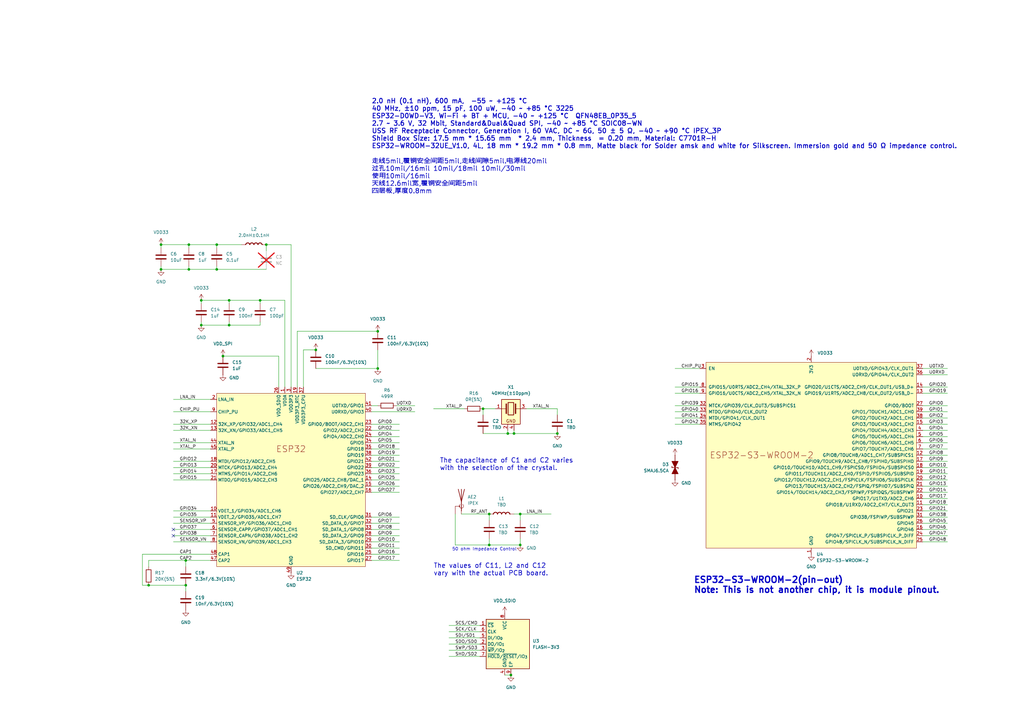
<source format=kicad_sch>
(kicad_sch (version 20250114) (generator "eeschema") (generator_version "9.0")
  (paper "A3")
  (lib_symbols
    (symbol "Device:Antenna_Shield" (pin_numbers (hide yes)) (pin_names (offset 1.016) (hide yes))
      (property "Reference" "AE" (at -1.905 4.445 0))
      (property "Value" "Antenna_Shield" (at -1.905 2.54 0))
      (symbol "Antenna_Shield_0_1"
        (arc (start 0 -2.667) (mid -0.8485 -2.1032) (end -0.508 -1.143))
        (polyline (pts (xy 0 5.08) (xy 0 -3.81)) (stroke (width 0.254)))
        (polyline (pts (xy 0 -2.54) (xy 0 0)))
        (arc (start 0.508 -1.143) (mid 0.8046 -2.0885) (end 0 -2.667))
        (polyline (pts (xy 0.762 -1.905) (xy 2.54 -1.905)))
        (circle (center 0.762 -1.905) (radius 0.1778) (fill (type outline)))
        (polyline (pts (xy 1.27 5.08) (xy 0 0) (xy -1.27 5.08)) (stroke (width 0.254)))
        (polyline (pts (xy 2.54 -2.54) (xy 2.54 -1.905)))
      )
      (symbol "Antenna_Shield_1_1"
        (pin input line (at 0 -5.08 90) (length 2.54) (name "A") (number "1"))
        (pin input line (at 2.54 -5.08 90) (length 2.54) (name "Shield") (number "2"))
      )
    )
    (symbol "Memory_Flash:W25Q128JVE"
      (property "Reference" "U" (at -6.35 11.43 0))
      (property "Value" "W25Q128JVE" (at 7.62 11.43 0))
      (symbol "W25Q128JVE_0_1"
        (rectangle (start -7.62 10.16) (end 10.16 -10.16) (stroke (width 0.254)) (fill (type background)))
      )
      (symbol "W25Q128JVE_1_1"
        (pin input line (at -10.16 7.62 0) (length 2.54) (name "~{CS}") (number "1"))
        (pin input line (at -10.16 5.08 0) (length 2.54) (name "CLK") (number "6"))
        (pin bidirectional line (at -10.16 2.54 0) (length 2.54) (name "DI/IO_{0}") (number "5"))
        (pin bidirectional line (at -10.16 0 0) (length 2.54) (name "DO/IO_{1}") (number "2"))
        (pin bidirectional line (at -10.16 -2.54 0) (length 2.54) (name "~{WP}/IO_{2}") (number "3"))
        (pin bidirectional line (at -10.16 -5.08 0) (length 2.54) (name "~{HOLD}/~{RESET}/IO_{3}") (number "7"))
        (pin power_in line (at 0 12.7 270) (length 2.54) (name "VCC") (number "8"))
        (pin power_in line (at 0 -12.7 90) (length 2.54) (name "GND") (number "4"))
        (pin passive line (at 2.54 -12.7 90) (length 2.54) (name "EP") (number "9"))
      )
    )
    (symbol "PCM_Capacitor_AKL:C_1206" (pin_numbers (hide yes)) (pin_names (offset 0.254))
      (property "Reference" "C" (at 0.635 2.54 0))
      (property "Value" "C_1206" (at 0.635 -2.54 0))
      (symbol "C_1206_0_1"
        (polyline (pts (xy -2.032 0.762) (xy 2.032 0.762)) (stroke (width 0.508)))
        (polyline (pts (xy -2.032 -0.762) (xy 2.032 -0.762)) (stroke (width 0.508)))
      )
      (symbol "C_1206_0_2"
        (polyline (pts (xy -2.54 -2.54) (xy -0.381 -0.381)))
        (polyline (pts (xy -0.508 -0.508) (xy -1.651 0.635)) (stroke (width 0.508)))
        (polyline (pts (xy -0.508 -0.508) (xy 0.635 -1.651)) (stroke (width 0.508)))
        (polyline (pts (xy 0.381 0.381) (xy 2.54 2.54)))
        (polyline (pts (xy 0.508 0.508) (xy -0.635 1.651)) (stroke (width 0.508)))
        (polyline (pts (xy 0.508 0.508) (xy 1.651 -0.635)) (stroke (width 0.508)))
      )
      (symbol "C_1206_1_1"
        (pin passive line (at 0 3.81 270) (length 2.794) (name "~") (number "1"))
        (pin passive line (at 0 -3.81 90) (length 2.794) (name "~") (number "2"))
      )
      (symbol "C_1206_1_2"
        (pin passive line (at -2.54 -2.54 90) (length 0) (name "~") (number "2"))
        (pin passive line (at 2.54 2.54 270) (length 0) (name "~") (number "1"))
      )
    )
    (symbol "PCM_Crystal_AKL:SMD3225-4" (pin_names (offset 1.016) (hide yes))
      (property "Reference" "X" (at 0 8.89 0))
      (property "Value" "SMD3225-4" (at 0 6.35 0))
      (symbol "SMD3225-4_0_1"
        (rectangle (start -3.81 3.81) (end 3.81 -6.35) (stroke (width 0.254)) (fill (type background)))
        (polyline (pts (xy -3.81 0) (xy -1.905 0)))
        (polyline (pts (xy -1.905 -1.905) (xy -1.905 1.905)) (stroke (width 0.508)))
        (rectangle (start -1.143 2.54) (end 1.143 -2.54) (stroke (width 0.3048)))
        (polyline (pts (xy 1.905 -1.905) (xy 1.905 1.905)) (stroke (width 0.508)))
        (polyline (pts (xy 3.81 0) (xy 1.905 0)))
        (text "GND" (at 0 -5.08 0) (effects (font (size 1.27 1.27))))
      )
      (symbol "SMD3225-4_1_1"
        (pin passive line (at -6.35 0 0) (length 2.54) (name "1") (number "1"))
        (pin passive line (at -1.27 -8.89 90) (length 2.54) (name "2") (number "2"))
        (pin passive line (at 1.27 -8.89 90) (length 2.54) (name "4") (number "4"))
        (pin passive line (at 6.35 0 180) (length 2.54) (name "3") (number "3"))
      )
    )
    (symbol "PCM_Diode_TVS_AKL:SMAJ6.5CA" (pin_numbers (hide yes)) (pin_names (offset 1.016) (hide yes))
      (property "Reference" "D" (at 0 5.08 0))
      (property "Value" "SMAJ6.5CA" (at 0 2.54 0))
      (symbol "SMAJ6.5CA_0_1"
        (polyline (pts (xy 0 1.27) (xy 0 -1.27)) (stroke (width 0.254)))
        (polyline (pts (xy 0 1.27) (xy 0.508 1.27)) (stroke (width 0.254)))
        (polyline (pts (xy 0 0) (xy -2.54 1.27) (xy -2.54 -1.27) (xy 0 0)) (stroke (width 0.254)) (fill (type outline)))
        (polyline (pts (xy 0 -1.27) (xy -0.508 -1.27)) (stroke (width 0.254)))
        (polyline (pts (xy 1.27 0) (xy -1.27 0)))
        (polyline (pts (xy 2.54 1.27) (xy 2.54 -1.27) (xy 0 0) (xy 2.54 1.27)) (stroke (width 0.254)) (fill (type outline)))
      )
      (symbol "SMAJ6.5CA_0_2"
        (polyline (pts (xy -3.81 -3.81) (xy 3.81 3.81)))
        (polyline (pts (xy -1.778 -1.778) (xy -2.667 -0.889) (xy 0 0) (xy -0.889 -2.667) (xy -1.778 -1.778)) (stroke (width 0.254)) (fill (type outline)))
        (polyline (pts (xy -0.889 0.889) (xy -1.27 0.508)) (stroke (width 0.254)))
        (polyline (pts (xy -0.889 0.889) (xy 0.889 -0.889)) (stroke (width 0.254)))
        (polyline (pts (xy 0.889 -0.889) (xy 1.27 -0.508)) (stroke (width 0.254)))
        (polyline (pts (xy 1.778 1.778) (xy 2.667 0.889) (xy 0 0) (xy 0.889 2.667) (xy 1.778 1.778)) (stroke (width 0.254)) (fill (type outline)))
      )
      (symbol "SMAJ6.5CA_1_1"
        (pin passive line (at -5.08 0 0) (length 2.54) (name "K") (number "1"))
        (pin passive line (at 5.08 0 180) (length 2.54) (name "A") (number "2"))
      )
      (symbol "SMAJ6.5CA_1_2"
        (pin passive line (at -3.81 -3.81 0) (length 0) (name "A") (number "2"))
        (pin passive line (at 3.81 3.81 180) (length 0) (name "K") (number "1"))
      )
    )
    (symbol "PCM_Elektuur:L" (pin_numbers (hide yes)) (pin_names (offset 0) (hide yes))
      (property "Reference" "L" (at 2.54 3.175 0))
      (property "Value" "L" (at 2.54 -3.175 0))
      (symbol "L_1_0"
        (arc (start 0 3.302) (mid 0.6604 2.5146) (end 0 1.7272) (stroke (width 0.254)))
        (arc (start 0 1.6256) (mid 0.6604 0.8382) (end 0 0.0508) (stroke (width 0.254)))
        (arc (start 0 -0.0508) (mid 0.6604 -0.8382) (end 0 -1.6256) (stroke (width 0.254)))
        (arc (start 0 -1.7272) (mid 0.6604 -2.5146) (end 0 -3.302) (stroke (width 0.254)))
        (arc (start 0 3.4036) (mid 0.762 2.5146) (end 0 1.6256) (stroke (width 0.254)))
        (arc (start 0 1.7272) (mid 0.762 0.8382) (end 0 -0.0508) (stroke (width 0.254)))
        (arc (start 0 0.0508) (mid 0.762 -0.8382) (end 0 -1.7272) (stroke (width 0.254)))
        (arc (start 0 -1.6256) (mid 0.762 -2.5146) (end 0 -3.4036) (stroke (width 0.254)))
        (polyline (pts (xy 0 3.5052) (xy 0 3.302)) (stroke (width 0.254)))
        (polyline (pts (xy 0 1.7272) (xy 0 1.6256)) (stroke (width 0.254)))
        (polyline (pts (xy 0 0.0508) (xy 0 -0.0508)) (stroke (width 0.254)))
        (polyline (pts (xy 0 -1.6256) (xy 0 -1.7272)) (stroke (width 0.254)))
        (polyline (pts (xy 0 -3.302) (xy 0 -3.5052)) (stroke (width 0.254)))
        (pin passive line (at 0 5.08 270) (length 1.5748) (name "+") (number "1"))
        (pin passive line (at 0 -5.08 90) (length 1.5748) (name "-") (number "2"))
      )
      (symbol "L_1_2"
        (rectangle (start 1.524 3.3782) (end 1.9812 -3.3782) (stroke (width 0.254)) (fill (type outline)))
      )
      (symbol "L_1_3"
        (rectangle (start 1.524 3.0988) (end 1.9812 1.9304) (stroke (width 0.254)) (fill (type outline)))
        (rectangle (start 1.524 1.4224) (end 1.9812 0.254) (stroke (width 0.254)) (fill (type outline)))
        (rectangle (start 1.524 -0.254) (end 1.9812 -1.4224) (stroke (width 0.254)) (fill (type outline)))
        (rectangle (start 1.524 -1.9304) (end 1.9812 -3.0988) (stroke (width 0.254)) (fill (type outline)))
      )
    )
    (symbol "PCM_Espressif:ESP32"
      (property "Reference" "U" (at -30.48 40.64 0))
      (property "Value" "ESP32" (at -30.48 38.1 0))
      (symbol "ESP32_0_0"
        (text "ESP32" (at 0 12.7 0) (effects (font (size 2.54 2.54))))
      )
      (symbol "ESP32_0_1"
        (rectangle (start -30.48 35.56) (end 30.48 -35.56) (fill (type background)))
      )
      (symbol "ESP32_1_1"
        (pin bidirectional line (at -33.02 33.02 0) (length 2.54) (name "LNA_IN") (number "2"))
        (pin input line (at -33.02 27.94 0) (length 2.54) (name "CHIP_PU") (number "9"))
        (pin bidirectional line (at -33.02 22.86 0) (length 2.54) (name "32K_XP/GPIO32/ADC1_CH4") (number "12"))
        (pin bidirectional line (at -33.02 20.32 0) (length 2.54) (name "32K_XN/GPIO33/ADC1_CH5") (number "13"))
        (pin output line (at -33.02 15.24 0) (length 2.54) (name "XTAL_N") (number "44"))
        (pin input line (at -33.02 12.7 0) (length 2.54) (name "XTAL_P") (number "45"))
        (pin bidirectional line (at -33.02 7.62 0) (length 2.54) (name "MTDI/GPIO12/ADC2_CH5") (number "18"))
        (pin bidirectional line (at -33.02 5.08 0) (length 2.54) (name "MTCK/GPIO13/ADC2_CH4") (number "20"))
        (pin bidirectional line (at -33.02 2.54 0) (length 2.54) (name "MTMS/GPIO14/ADC2_CH6") (number "17"))
        (pin bidirectional line (at -33.02 0 0) (length 2.54) (name "MTDO/GPIO15/ADC2_CH3") (number "21"))
        (pin input line (at -33.02 -12.7 0) (length 2.54) (name "VDET_1/GPIO34/ADC1_CH6") (number "10"))
        (pin input line (at -33.02 -15.24 0) (length 2.54) (name "VDET_2/GPIO35/ADC1_CH7") (number "11"))
        (pin input line (at -33.02 -17.78 0) (length 2.54) (name "SENSOR_VP/GPIO36/ADC1_CH0") (number "5"))
        (pin input line (at -33.02 -20.32 0) (length 2.54) (name "SENSOR_CAPP/GPIO37/ADC1_CH1") (number "6"))
        (pin input line (at -33.02 -22.86 0) (length 2.54) (name "SENSOR_CAPN/GPIO38/ADC1_CH2") (number "7"))
        (pin input line (at -33.02 -25.4 0) (length 2.54) (name "SENSOR_VN/GPIO39/ADC1_CH3") (number "8"))
        (pin input line (at -33.02 -30.48 0) (length 2.54) (name "CAP1") (number "48"))
        (pin input line (at -33.02 -33.02 0) (length 2.54) (name "CAP2") (number "47"))
        (pin power_out line (at -5.08 38.1 270) (length 2.54) (name "VDD_SDIO") (number "26"))
        (pin power_in line (at -2.54 38.1 270) (length 2.54) (name "VDDA") (number "1"))
        (pin passive line (at -2.54 38.1 270) (length 2.54) (hide yes) (name "VDDA") (number "43"))
        (pin passive line (at -2.54 38.1 270) (length 2.54) (hide yes) (name "VDDA") (number "46"))
        (pin power_in line (at 0 38.1 270) (length 2.54) (name "VDD3P3") (number "3"))
        (pin passive line (at 0 38.1 270) (length 2.54) (hide yes) (name "VDD3P3") (number "4"))
        (pin power_in line (at 0 -38.1 90) (length 2.54) (name "GND") (number "49"))
        (pin power_in line (at 2.54 38.1 270) (length 2.54) (name "VDD3P3_RTC") (number "19"))
        (pin power_in line (at 5.08 38.1 270) (length 2.54) (name "VDD3P3_CPU") (number "37"))
        (pin bidirectional line (at 33.02 30.48 180) (length 2.54) (name "U0TXD/GPIO1") (number "41"))
        (pin bidirectional line (at 33.02 27.94 180) (length 2.54) (name "U0RXD/GPIO3") (number "40"))
        (pin bidirectional line (at 33.02 22.86 180) (length 2.54) (name "GPIO0/BOOT/ADC2_CH1") (number "23"))
        (pin bidirectional line (at 33.02 20.32 180) (length 2.54) (name "GPIO2/ADC2_CH2") (number "22"))
        (pin bidirectional line (at 33.02 17.78 180) (length 2.54) (name "GPIO4/ADC2_CH0") (number "24"))
        (pin bidirectional line (at 33.02 15.24 180) (length 2.54) (name "GPIO5") (number "34"))
        (pin bidirectional line (at 33.02 12.7 180) (length 2.54) (name "GPIO18") (number "35"))
        (pin bidirectional line (at 33.02 10.16 180) (length 2.54) (name "GPIO19") (number "38"))
        (pin bidirectional line (at 33.02 7.62 180) (length 2.54) (name "GPIO21") (number "42"))
        (pin bidirectional line (at 33.02 5.08 180) (length 2.54) (name "GPIO22") (number "39"))
        (pin bidirectional line (at 33.02 2.54 180) (length 2.54) (name "GPIO23") (number "36"))
        (pin bidirectional line (at 33.02 0 180) (length 2.54) (name "GPIO25/ADC2_CH8/DAC_1") (number "14"))
        (pin bidirectional line (at 33.02 -2.54 180) (length 2.54) (name "GPIO26/ADC2_CH9/DAC_2") (number "15"))
        (pin bidirectional line (at 33.02 -5.08 180) (length 2.54) (name "GPIO27/ADC2_CH7") (number "16"))
        (pin bidirectional line (at 33.02 -15.24 180) (length 2.54) (name "SD_CLK/GPIO6") (number "31"))
        (pin bidirectional line (at 33.02 -17.78 180) (length 2.54) (name "SD_DATA_0/GPIO7") (number "32"))
        (pin bidirectional line (at 33.02 -20.32 180) (length 2.54) (name "SD_DATA_1/GPIO8") (number "33"))
        (pin bidirectional line (at 33.02 -22.86 180) (length 2.54) (name "SD_DATA_2/GPIO9") (number "28"))
        (pin bidirectional line (at 33.02 -25.4 180) (length 2.54) (name "SD_DATA_3/GPIO10") (number "29"))
        (pin bidirectional line (at 33.02 -27.94 180) (length 2.54) (name "SD_CMD/GPIO11") (number "30"))
        (pin bidirectional line (at 33.02 -30.48 180) (length 2.54) (name "GPIO16") (number "25"))
        (pin bidirectional line (at 33.02 -33.02 180) (length 2.54) (name "GPIO17") (number "27"))
      )
    )
    (symbol "PCM_Espressif:ESP32-S3-WROOM-2" (pin_names (offset 1.016))
      (property "Reference" "U" (at -43.18 43.18 0))
      (property "Value" "ESP32-S3-WROOM-2" (at -43.18 40.64 0))
      (symbol "ESP32-S3-WROOM-2_0_0"
        (text "ESP32-S3-WROOM-2" (at -20.32 0 0) (effects (font (size 2.54 2.54))))
        (pin input line (at -45.72 35.56 0) (length 2.54) (name "EN") (number "3"))
        (pin bidirectional line (at -45.72 27.94 0) (length 2.54) (name "GPIO15/U0RTS/ADC2_CH4/XTAL_32K_P") (number "8"))
        (pin bidirectional line (at -45.72 25.4 0) (length 2.54) (name "GPIO16/U0CTS/ADC2_CH5/XTAL_32K_N") (number "9"))
        (pin bidirectional line (at -45.72 20.32 0) (length 2.54) (name "MTCK/GPIO39/CLK_OUT3/SUBSPICS1") (number "32"))
        (pin bidirectional line (at -45.72 17.78 0) (length 2.54) (name "MTDO/GPIO40/CLK_OUT2") (number "33"))
        (pin bidirectional line (at -45.72 15.24 0) (length 2.54) (name "MTDI/GPIO41/CLK_OUT1") (number "34"))
        (pin bidirectional line (at -45.72 12.7 0) (length 2.54) (name "MTMS/GPIO42") (number "35"))
        (pin no_connect line (at -43.18 -30.48 0) (length 2.54) (hide yes) (name "NC") (number "30"))
        (pin no_connect line (at -43.18 -33.02 0) (length 2.54) (hide yes) (name "NC") (number "29"))
        (pin no_connect line (at -43.18 -35.56 0) (length 2.54) (hide yes) (name "NC") (number "28"))
        (pin power_in line (at 0 40.64 270) (length 2.54) (name "3V3") (number "2"))
        (pin power_in line (at 0 -40.64 90) (length 2.54) (name "GND") (number "1"))
        (pin passive line (at 0 -40.64 90) (length 2.54) (hide yes) (name "GND") (number "40"))
        (pin passive line (at 0 -40.64 90) (length 2.54) (hide yes) (name "GND") (number "41"))
        (pin bidirectional line (at 45.72 35.56 180) (length 2.54) (name "U0TXD/GPIO43/CLK_OUT1") (number "37"))
        (pin bidirectional line (at 45.72 33.02 180) (length 2.54) (name "U0RXD/GPIO44/CLK_OUT2") (number "36"))
        (pin bidirectional line (at 45.72 27.94 180) (length 2.54) (name "GPIO20/U1CTS/ADC2_CH9/CLK_OUT1/USB_D+") (number "14"))
        (pin bidirectional line (at 45.72 25.4 180) (length 2.54) (name "GPIO19/U1RTS/ADC2_CH8/CLK_OUT2/USB_D-") (number "13"))
        (pin bidirectional line (at 45.72 20.32 180) (length 2.54) (name "GPIO0/BOOT") (number "27"))
        (pin bidirectional line (at 45.72 17.78 180) (length 2.54) (name "GPIO1/TOUCH1/ADC1_CH0") (number "39"))
        (pin bidirectional line (at 45.72 15.24 180) (length 2.54) (name "GPIO2/TOUCH2/ADC1_CH1") (number "38"))
        (pin bidirectional line (at 45.72 12.7 180) (length 2.54) (name "GPIO3/TOUCH3/ADC1_CH2") (number "15"))
        (pin bidirectional line (at 45.72 10.16 180) (length 2.54) (name "GPIO4/TOUCH4/ADC1_CH3") (number "4"))
        (pin bidirectional line (at 45.72 7.62 180) (length 2.54) (name "GPIO5/TOUCH5/ADC1_CH4") (number "5"))
        (pin bidirectional line (at 45.72 5.08 180) (length 2.54) (name "GPIO6/TOUCH6/ADC1_CH5") (number "6"))
        (pin bidirectional line (at 45.72 2.54 180) (length 2.54) (name "GPIO7/TOUCH7/ADC1_CH6") (number "7"))
        (pin bidirectional line (at 45.72 0 180) (length 2.54) (name "GPIO8/TOUCH8/ADC1_CH7/SUBSPICS1") (number "12"))
        (pin bidirectional line (at 45.72 -2.54 180) (length 2.54) (name "GPIO9/TOUCH9/ADC1_CH8/FSPIHD/SUBSPIHD") (number "17"))
        (pin bidirectional line (at 45.72 -5.08 180) (length 2.54) (name "GPIO10/TOUCH10/ADC1_CH9/FSPICS0/FSPIIO4/SUBSPICS0") (number "18"))
        (pin bidirectional line (at 45.72 -7.62 180) (length 2.54) (name "GPIO11/TOUCH11/ADC2_CH0/FSPID/FSPIIO5/SUBSPID") (number "19"))
        (pin bidirectional line (at 45.72 -10.16 180) (length 2.54) (name "GPIO12/TOUCH12/ADC2_CH1/FSPICLK/FSPIIO6/SUBSPICLK") (number "20"))
        (pin bidirectional line (at 45.72 -12.7 180) (length 2.54) (name "GPIO13/TOUCH13/ADC2_CH2/FSPIQ/FSPIIO7/SUBSPIQ") (number "21"))
        (pin bidirectional line (at 45.72 -15.24 180) (length 2.54) (name "GPIO14/TOUCH14/ADC2_CH3/FSPIWP/FSPIDQS/SUBSPIWP") (number "22"))
        (pin bidirectional line (at 45.72 -17.78 180) (length 2.54) (name "GPIO17/U1TXD/ADC2_CH6") (number "10"))
        (pin bidirectional line (at 45.72 -20.32 180) (length 2.54) (name "GPIO18/U1RXD/ADC2_CH7/CLK_OUT3") (number "11"))
        (pin bidirectional line (at 45.72 -22.86 180) (length 2.54) (name "GPIO21") (number "23"))
        (pin bidirectional line (at 45.72 -25.4 180) (length 2.54) (name "GPIO38/FSPIWP/SUBSPIWP") (number "31"))
        (pin bidirectional line (at 45.72 -27.94 180) (length 2.54) (name "GPIO45") (number "26"))
        (pin bidirectional line (at 45.72 -30.48 180) (length 2.54) (name "GPIO46") (number "16"))
        (pin bidirectional line (at 45.72 -33.02 180) (length 2.54) (name "GPIO47/SPICLK_P/SUBSPICLK_P_DIFF") (number "24"))
        (pin bidirectional line (at 45.72 -35.56 180) (length 2.54) (name "GPIO48/SPICLK_N/SUBSPICLK_N_DIFF") (number "25"))
      )
      (symbol "ESP32-S3-WROOM-2_0_1"
        (rectangle (start -43.18 38.1) (end 43.18 -38.1) (fill (type background)))
      )
    )
    (symbol "PCM_Resistor_AKL:R_1206" (pin_numbers (hide yes)) (pin_names (offset 0))
      (property "Reference" "R" (at 2.54 1.27 0))
      (property "Value" "R_1206" (at 2.54 -1.27 0))
      (symbol "R_1206_0_1"
        (rectangle (start -1.016 2.54) (end 1.016 -2.54) (stroke (width 0.254)))
      )
      (symbol "R_1206_0_2"
        (polyline (pts (xy -2.54 -2.54) (xy -1.524 -1.524)))
        (polyline (pts (xy 1.524 1.524) (xy 2.54 2.54)))
        (polyline (pts (xy 1.524 1.524) (xy 0.889 2.159) (xy -2.159 -0.889) (xy -0.889 -2.159) (xy 2.159 0.889) (xy 1.524 1.524)) (stroke (width 0.254)))
      )
      (symbol "R_1206_1_1"
        (pin passive line (at 0 3.81 270) (length 1.27) (name "~") (number "1"))
        (pin passive line (at 0 -3.81 90) (length 1.27) (name "~") (number "2"))
      )
      (symbol "R_1206_1_2"
        (pin passive line (at -2.54 -2.54 0) (length 0) (name "") (number "2"))
        (pin passive line (at 2.54 2.54 180) (length 0) (name "") (number "1"))
      )
    )
    (symbol "power:+3.3V" (power) (pin_numbers (hide yes)) (pin_names (offset 0) (hide yes))
      (property "Value" "+3.3V" (at 0 3.556 0))
      (symbol "+3.3V_0_1"
        (polyline (pts (xy -0.762 1.27) (xy 0 2.54)))
        (polyline (pts (xy 0 2.54) (xy 0.762 1.27)))
        (polyline (pts (xy 0 0) (xy 0 2.54)))
      )
      (symbol "+3.3V_1_1"
        (pin power_in line (at 0 0 90) (length 0) (name "~") (number "1"))
      )
    )
    (symbol "power:GND" (power) (pin_numbers (hide yes)) (pin_names (offset 0) (hide yes))
      (property "Value" "GND" (at 0 -3.81 0))
      (symbol "GND_0_1"
        (polyline (pts (xy 0 0) (xy 0 -1.27) (xy 1.27 -1.27) (xy 0 -2.54) (xy -1.27 -1.27) (xy 0 -1.27)))
      )
      (symbol "GND_1_1"
        (pin power_in line (at 0 0 270) (length 0) (name "~") (number "1"))
      )
    )
  )
  (text "The values of C11, L2 and C12\nvary with the actual PCB board." (exclude_from_sim yes) (at 177.8 233.68 0) (effects (font (size 1.905 1.905) (thickness 0.2381)) (justify left)))
  (text "50 ohm Impedance Control" (at 185.42 226.06 0) (effects (font (size 1.27 1.27)) (justify left bottom)))
  (text "ESP32-S3-WROOM-2(pin-out)\nNote: This is not another chip, it is module pinout.\n" (exclude_from_sim yes) (at 284.48 240.03 0) (effects (font (size 2.54 2.54) (thickness 0.508) (bold yes)) (justify left)))
  (text "2.0 nH (0.1 nH), 600 mA,  -55 ~ +125 °C\n40 MHz, ±10 ppm, 15 pF, 100 uW, -40 ~ +85 °C 3225\nESP32-D0WD-V3, Wi-Fi + BT + MCU, -40 ~ +125 °C  QFN48EB_0P35_5\n2.7 ~ 3.6 V, 32 Mbit, Standard&Dual&Quad SPI, -40 ~ +85 °C SOIC08-WN\nUSS RF Receptacle Connector, Generation I, 60 VAC, DC ~ 6G, 50 ± 5 Ω, -40 ~ +90 °C IPEX_3P\nShield Box Size: 17.5 mm * 15.65 mm  * 2.4 mm, Thickness  = 0.20 mm, Material: C7701R-H\nESP32-WROOM-32UE_V1.0, 4L, 18 mm * 19.2 mm * 0.8 mm, Matte black for Solder amsk and white for Silkscreen. Immersion gold and 50 Ω impedance control." (exclude_from_sim yes) (at 152.4 50.8 0) (effects (font (size 1.905 1.905) (thickness 0.3175)) (justify left)))
  (text "走线5mil,覆铜安全间距5mil,走线间隙5mil.电源线20mil\n过孔10mil/16mil 10mil/18mil 10mil/30mil\n使用10mil/16mil\n天线12.6mil宽,覆铜安全间距5mil\n四层板,厚度0.8mm" (exclude_from_sim yes) (at 152.4 72.39 0) (effects (font (size 1.905 1.905) (thickness 0.2381)) (justify left)))
  (text "The capacitance of C1 and C2 varies\nwith the selection of the crystal.\n" (exclude_from_sim yes) (at 180.34 190.5 0) (effects (font (size 1.905 1.905) (thickness 0.2381)) (justify left)))
  (junction (at 76.2 229.87))
  (junction (at 77.47 100.33))
  (junction (at 82.55 133.35))
  (junction (at 210.82 177.8))
  (junction (at 77.47 110.49))
  (junction (at 82.55 123.19))
  (junction (at 93.98 133.35))
  (junction (at 228.6 177.8))
  (junction (at 66.04 110.49))
  (junction (at 88.9 100.33))
  (junction (at 154.94 135.89))
  (junction (at 60.96 240.03))
  (junction (at 208.28 177.8))
  (junction (at 88.9 110.49))
  (junction (at 200.66 223.52))
  (junction (at 129.54 143.51))
  (junction (at 93.98 123.19))
  (junction (at 66.04 100.33))
  (junction (at 200.66 210.82))
  (junction (at 213.36 210.82))
  (junction (at 91.44 146.05))
  (junction (at 198.12 167.64))
  (junction (at 76.2 240.03))
  (junction (at 109.22 100.33))
  (junction (at 213.36 223.52))
  (junction (at 106.68 123.19))
  (junction (at 154.94 151.13))
  (junction (at 209.55 276.86))
  (no_connect (at 71.12 217.17))
  (no_connect (at 71.12 219.71))
  (wire (pts (xy 93.98 124.46) (xy 93.98 123.19)))
  (wire (pts (xy 60.96 229.87) (xy 76.2 229.87)))
  (wire (pts (xy 184.15 269.24) (xy 196.85 269.24)))
  (wire (pts (xy 71.12 181.61) (xy 86.36 181.61)))
  (wire (pts (xy 71.12 191.77) (xy 86.36 191.77)))
  (wire (pts (xy 129.54 151.13) (xy 154.94 151.13)))
  (wire (pts (xy 82.55 133.35) (xy 93.98 133.35)))
  (wire (pts (xy 378.46 186.69) (xy 388.62 186.69)))
  (wire (pts (xy 276.86 171.45) (xy 287.02 171.45)))
  (wire (pts (xy 76.2 240.03) (xy 76.2 242.57)))
  (wire (pts (xy 71.12 173.99) (xy 86.36 173.99)))
  (wire (pts (xy 177.8 167.64) (xy 190.5 167.64)))
  (wire (pts (xy 58.42 227.33) (xy 58.42 240.03)))
  (wire (pts (xy 184.15 266.7) (xy 196.85 266.7)))
  (wire (pts (xy 200.66 210.82) (xy 200.66 213.36)))
  (wire (pts (xy 378.46 199.39) (xy 388.62 199.39)))
  (wire (pts (xy 186.69 210.82) (xy 186.69 223.52)))
  (wire (pts (xy 276.86 158.75) (xy 287.02 158.75)))
  (wire (pts (xy 276.86 151.13) (xy 287.02 151.13)))
  (wire (pts (xy 124.46 143.51) (xy 129.54 143.51)))
  (wire (pts (xy 121.92 135.89) (xy 154.94 135.89)))
  (wire (pts (xy 71.12 196.85) (xy 86.36 196.85)))
  (wire (pts (xy 378.46 219.71) (xy 388.62 219.71)))
  (wire (pts (xy 378.46 207.01) (xy 388.62 207.01)))
  (wire (pts (xy 106.68 123.19) (xy 93.98 123.19)))
  (wire (pts (xy 76.2 232.41) (xy 76.2 229.87)))
  (wire (pts (xy 184.15 259.08) (xy 196.85 259.08)))
  (wire (pts (xy 71.12 168.91) (xy 86.36 168.91)))
  (wire (pts (xy 121.92 135.89) (xy 121.92 158.75)))
  (wire (pts (xy 152.4 189.23) (xy 163.83 189.23)))
  (wire (pts (xy 106.68 133.35) (xy 106.68 132.08)))
  (wire (pts (xy 152.4 214.63) (xy 163.83 214.63)))
  (wire (pts (xy 184.15 256.54) (xy 196.85 256.54)))
  (wire (pts (xy 58.42 227.33) (xy 86.36 227.33)))
  (wire (pts (xy 91.44 146.05) (xy 114.3 146.05)))
  (wire (pts (xy 184.15 261.62) (xy 196.85 261.62)))
  (wire (pts (xy 228.6 167.64) (xy 228.6 170.18)))
  (wire (pts (xy 152.4 173.99) (xy 163.83 173.99)))
  (wire (pts (xy 88.9 110.49) (xy 109.22 110.49)))
  (wire (pts (xy 276.86 168.91) (xy 287.02 168.91)))
  (wire (pts (xy 378.46 179.07) (xy 388.62 179.07)))
  (wire (pts (xy 60.96 240.03) (xy 76.2 240.03)))
  (wire (pts (xy 378.46 153.67) (xy 388.62 153.67)))
  (wire (pts (xy 200.66 220.98) (xy 200.66 223.52)))
  (wire (pts (xy 152.4 179.07) (xy 163.83 179.07)))
  (wire (pts (xy 58.42 240.03) (xy 60.96 240.03)))
  (wire (pts (xy 88.9 100.33) (xy 99.06 100.33)))
  (wire (pts (xy 71.12 194.31) (xy 86.36 194.31)))
  (wire (pts (xy 152.4 199.39) (xy 163.83 199.39)))
  (wire (pts (xy 154.94 143.51) (xy 154.94 151.13)))
  (wire (pts (xy 66.04 100.33) (xy 77.47 100.33)))
  (wire (pts (xy 210.82 176.53) (xy 210.82 177.8)))
  (wire (pts (xy 208.28 176.53) (xy 208.28 177.8)))
  (wire (pts (xy 88.9 101.6) (xy 88.9 100.33)))
  (wire (pts (xy 378.46 196.85) (xy 388.62 196.85)))
  (wire (pts (xy 71.12 209.55) (xy 86.36 209.55)))
  (wire (pts (xy 106.68 124.46) (xy 106.68 123.19)))
  (wire (pts (xy 378.46 181.61) (xy 388.62 181.61)))
  (wire (pts (xy 378.46 191.77) (xy 388.62 191.77)))
  (wire (pts (xy 71.12 222.25) (xy 86.36 222.25)))
  (wire (pts (xy 198.12 177.8) (xy 208.28 177.8)))
  (wire (pts (xy 152.4 166.37) (xy 154.94 166.37)))
  (wire (pts (xy 152.4 181.61) (xy 163.83 181.61)))
  (wire (pts (xy 116.84 123.19) (xy 116.84 158.75)))
  (wire (pts (xy 82.55 123.19) (xy 93.98 123.19)))
  (wire (pts (xy 213.36 213.36) (xy 213.36 210.82)))
  (wire (pts (xy 378.46 171.45) (xy 388.62 171.45)))
  (wire (pts (xy 71.12 176.53) (xy 86.36 176.53)))
  (wire (pts (xy 186.69 223.52) (xy 200.66 223.52)))
  (wire (pts (xy 114.3 146.05) (xy 114.3 158.75)))
  (wire (pts (xy 213.36 210.82) (xy 226.06 210.82)))
  (wire (pts (xy 77.47 100.33) (xy 88.9 100.33)))
  (wire (pts (xy 152.4 184.15) (xy 163.83 184.15)))
  (wire (pts (xy 162.56 166.37) (xy 170.18 166.37)))
  (wire (pts (xy 71.12 219.71) (xy 86.36 219.71)))
  (wire (pts (xy 276.86 161.29) (xy 287.02 161.29)))
  (wire (pts (xy 378.46 194.31) (xy 388.62 194.31)))
  (wire (pts (xy 152.4 222.25) (xy 163.83 222.25)))
  (wire (pts (xy 71.12 163.83) (xy 86.36 163.83)))
  (wire (pts (xy 71.12 184.15) (xy 86.36 184.15)))
  (wire (pts (xy 77.47 109.22) (xy 77.47 110.49)))
  (wire (pts (xy 66.04 109.22) (xy 66.04 110.49)))
  (wire (pts (xy 189.23 210.82) (xy 200.66 210.82)))
  (wire (pts (xy 124.46 143.51) (xy 124.46 158.75)))
  (wire (pts (xy 152.4 224.79) (xy 163.83 224.79)))
  (wire (pts (xy 213.36 223.52) (xy 213.36 220.98)))
  (wire (pts (xy 208.28 177.8) (xy 210.82 177.8)))
  (wire (pts (xy 198.12 167.64) (xy 198.12 170.18)))
  (wire (pts (xy 66.04 110.49) (xy 77.47 110.49)))
  (wire (pts (xy 82.55 123.19) (xy 82.55 124.46)))
  (wire (pts (xy 276.86 173.99) (xy 287.02 173.99)))
  (wire (pts (xy 152.4 176.53) (xy 163.83 176.53)))
  (wire (pts (xy 378.46 201.93) (xy 388.62 201.93)))
  (wire (pts (xy 378.46 212.09) (xy 388.62 212.09)))
  (wire (pts (xy 152.4 168.91) (xy 170.18 168.91)))
  (wire (pts (xy 378.46 161.29) (xy 388.62 161.29)))
  (wire (pts (xy 152.4 229.87) (xy 163.83 229.87)))
  (wire (pts (xy 378.46 222.25) (xy 388.62 222.25)))
  (wire (pts (xy 378.46 176.53) (xy 388.62 176.53)))
  (wire (pts (xy 152.4 196.85) (xy 163.83 196.85)))
  (wire (pts (xy 93.98 133.35) (xy 93.98 132.08)))
  (wire (pts (xy 198.12 167.64) (xy 203.2 167.64)))
  (wire (pts (xy 71.12 217.17) (xy 86.36 217.17)))
  (wire (pts (xy 77.47 110.49) (xy 88.9 110.49)))
  (wire (pts (xy 210.82 177.8) (xy 228.6 177.8)))
  (wire (pts (xy 82.55 132.08) (xy 82.55 133.35)))
  (wire (pts (xy 152.4 201.93) (xy 163.83 201.93)))
  (wire (pts (xy 152.4 191.77) (xy 163.83 191.77)))
  (wire (pts (xy 378.46 168.91) (xy 388.62 168.91)))
  (wire (pts (xy 378.46 209.55) (xy 388.62 209.55)))
  (wire (pts (xy 152.4 217.17) (xy 163.83 217.17)))
  (wire (pts (xy 71.12 212.09) (xy 86.36 212.09)))
  (wire (pts (xy 109.22 100.33) (xy 109.22 102.87)))
  (wire (pts (xy 207.01 276.86) (xy 209.55 276.86)))
  (wire (pts (xy 77.47 101.6) (xy 77.47 100.33)))
  (wire (pts (xy 378.46 166.37) (xy 388.62 166.37)))
  (wire (pts (xy 152.4 227.33) (xy 163.83 227.33)))
  (wire (pts (xy 66.04 101.6) (xy 66.04 100.33)))
  (wire (pts (xy 378.46 184.15) (xy 388.62 184.15)))
  (wire (pts (xy 106.68 123.19) (xy 116.84 123.19)))
  (wire (pts (xy 378.46 217.17) (xy 388.62 217.17)))
  (wire (pts (xy 184.15 264.16) (xy 196.85 264.16)))
  (wire (pts (xy 378.46 173.99) (xy 388.62 173.99)))
  (wire (pts (xy 76.2 229.87) (xy 86.36 229.87)))
  (wire (pts (xy 152.4 212.09) (xy 163.83 212.09)))
  (wire (pts (xy 152.4 194.31) (xy 163.83 194.31)))
  (wire (pts (xy 378.46 151.13) (xy 388.62 151.13)))
  (wire (pts (xy 378.46 158.75) (xy 388.62 158.75)))
  (wire (pts (xy 88.9 109.22) (xy 88.9 110.49)))
  (wire (pts (xy 378.46 189.23) (xy 388.62 189.23)))
  (wire (pts (xy 215.9 167.64) (xy 228.6 167.64)))
  (wire (pts (xy 276.86 166.37) (xy 287.02 166.37)))
  (wire (pts (xy 60.96 229.87) (xy 60.96 232.41)))
  (wire (pts (xy 93.98 133.35) (xy 106.68 133.35)))
  (wire (pts (xy 200.66 223.52) (xy 213.36 223.52)))
  (wire (pts (xy 119.38 100.33) (xy 119.38 158.75)))
  (wire (pts (xy 109.22 100.33) (xy 119.38 100.33)))
  (wire (pts (xy 71.12 214.63) (xy 86.36 214.63)))
  (wire (pts (xy 71.12 189.23) (xy 86.36 189.23)))
  (wire (pts (xy 152.4 186.69) (xy 163.83 186.69)))
  (wire (pts (xy 152.4 219.71) (xy 163.83 219.71)))
  (wire (pts (xy 213.36 210.82) (xy 210.82 210.82)))
  (wire (pts (xy 378.46 204.47) (xy 388.62 204.47)))
  (wire (pts (xy 378.46 214.63) (xy 388.62 214.63)))
  (label "32K_XN" (at 73.66 176.53 0))
  (label "GPIO20" (at 381 158.75 0))
  (label "GPIO7" (at 154.94 214.63 0))
  (label "GPIO11" (at 154.94 224.79 0))
  (label "GPIO22" (at 154.94 191.77 0))
  (label "SCS{slash}CMD" (at 186.69 256.54 0))
  (label "GPIO35" (at 73.66 212.09 0))
  (label "GPIO16" (at 279.4 161.29 0))
  (label "GPIO39" (at 279.4 166.37 0))
  (label "GPIO37" (at 73.66 217.17 0))
  (label "CHIP_PU" (at 279.4 151.13 0))
  (label "GPIO40" (at 279.4 168.91 0))
  (label "SENSOR_VP" (at 73.66 214.63 0))
  (label "XTAL_N" (at 73.66 181.61 0))
  (label "U0TXD" (at 162.56 166.37 0))
  (label "GPIO17" (at 154.94 229.87 0))
  (label "SDI{slash}SD1" (at 186.69 261.62 0))
  (label "GPIO38" (at 73.66 219.71 0))
  (label "GPIO48" (at 381 222.25 0))
  (label "SCK{slash}CLK" (at 186.69 259.08 0))
  (label "XTAL_P" (at 73.66 184.15 0))
  (label "GPIO4" (at 154.94 179.07 0))
  (label "GPIO1" (at 381 168.91 0))
  (label "LNA_IN" (at 73.66 163.83 0))
  (label "GPIO19" (at 381 161.29 0))
  (label "GPIO9" (at 381 189.23 0))
  (label "GPIO4" (at 381 176.53 0))
  (label "GPIO5" (at 381 179.07 0))
  (label "GPIO21" (at 154.94 189.23 0))
  (label "GPIO11" (at 381 194.31 0))
  (label "GPIO6" (at 154.94 212.09 0))
  (label "GPIO6" (at 381 181.61 0))
  (label "GPIO34" (at 73.66 209.55 0))
  (label "GPIO8" (at 381 186.69 0))
  (label "GPIO13" (at 73.66 191.77 0))
  (label "U0TXD" (at 381 151.13 0))
  (label "GPIO21" (at 381 209.55 0))
  (label "SENSOR_VN" (at 73.66 222.25 0))
  (label "GPIO15" (at 73.66 196.85 0))
  (label "GPIO14" (at 73.66 194.31 0))
  (label "GPIO0" (at 154.94 173.99 0))
  (label "GPIO12" (at 381 196.85 0))
  (label "GPIO9" (at 154.94 219.71 0))
  (label "GPIO7" (at 381 184.15 0))
  (label "GPIO25" (at 154.94 196.85 0))
  (label "GPIO12" (at 73.66 189.23 0))
  (label "GPIO42" (at 279.4 173.99 0))
  (label "GPIO19" (at 154.94 186.69 0))
  (label "GPIO16" (at 154.94 227.33 0))
  (label "GPIO46" (at 381 217.17 0))
  (label "GPIO18" (at 154.94 184.15 0))
  (label "GPIO45" (at 381 214.63 0))
  (label "GPIO5" (at 154.94 181.61 0))
  (label "GPIO3" (at 381 173.99 0))
  (label "GPIO47" (at 381 219.71 0))
  (label "CAP2" (at 73.66 229.87 0))
  (label "U0RXD" (at 381 153.67 0))
  (label "GPIO38" (at 381 212.09 0))
  (label "U0RXD" (at 162.56 168.91 0))
  (label "GPIO27" (at 154.94 201.93 0))
  (label "GPIO8" (at 154.94 217.17 0))
  (label "RF_ANT" (at 193.04 210.82 0))
  (label "GPIO10" (at 154.94 222.25 0))
  (label "SWP{slash}SD3" (at 186.69 266.7 0))
  (label "GPIO15" (at 279.4 158.75 0))
  (label "GPIO13" (at 381 199.39 0))
  (label "CAP1" (at 73.66 227.33 0))
  (label "CHIP_PU" (at 73.66 168.91 0))
  (label "XTAL_N" (at 218.44 167.64 0))
  (label "GPIO0" (at 381 166.37 0))
  (label "GPIO2" (at 381 171.45 0))
  (label "GPIO18" (at 381 207.01 0))
  (label "GPIO41" (at 279.4 171.45 0))
  (label "GPIO26" (at 154.94 199.39 0))
  (label "XTAL_P" (at 182.88 167.64 0))
  (label "GPIO14" (at 381 201.93 0))
  (label "LNA_IN" (at 215.9 210.82 0))
  (label "SDO{slash}SD0" (at 186.69 264.16 0))
  (label "GPIO2" (at 154.94 176.53 0))
  (label "SHD{slash}SD2" (at 186.69 269.24 0))
  (label "32K_XP" (at 73.66 173.99 0))
  (label "GPIO10" (at 381 191.77 0))
  (label "GPIO23" (at 154.94 194.31 0))
  (label "GPIO17" (at 381 204.47 0))
  (symbol (lib_id "PCM_Capacitor_AKL:C_1206") (at 228.6 173.99 0) (mirror y) (unit 1)
    (property "Reference" "C1" (at 232.41 172.7199 0) (effects (justify right)))
    (property "Value" "TBD" (at 232.41 175.2599 0) (effects (justify right)))
    (property "Footprint" "PCM_Capacitor_SMD_AKL:C_1206_3216Metric" (effects (hide yes)))
    (property "Description" "SMD 1206 MLCC capacitor, Alternate KiCad Library" (effects (hide yes)))
  )
  (symbol (lib_id "power:GND") (at 228.6 177.8 0) (unit 1)
    (property "Reference" "#PWR04" (effects (hide yes)))
    (property "Value" "GND" (at 228.6 182.88 0))
    (property "Description" "Power symbol creates a global label with name \"GND\" , ground" (effects (hide yes)))
  )
  (symbol (lib_id "power:GND") (at 154.94 151.13 0) (unit 1)
    (property "Reference" "#PWR016" (effects (hide yes)))
    (property "Value" "GND" (at 154.94 156.21 0))
    (property "Description" "Power symbol creates a global label with name \"GND\" , ground" (effects (hide yes)))
  )
  (symbol (lib_id "PCM_Resistor_AKL:R_1206") (at 158.75 166.37 90) (unit 1)
    (property "Reference" "R6" (at 158.75 160.02 90))
    (property "Value" "499R" (at 158.75 162.56 90))
    (property "Footprint" "PCM_Resistor_SMD_AKL:R_1206_3216Metric" (effects (hide yes)))
    (property "Description" "SMD 1206 Chip Resistor, European Symbol, Alternate KiCad Library" (effects (hide yes)))
  )
  (symbol (lib_id "PCM_Capacitor_AKL:C_1206") (at 88.9 105.41 0) (unit 1)
    (property "Reference" "C5" (at 92.71 104.1399 0) (effects (justify left)))
    (property "Value" "0.1uF" (at 92.71 106.6799 0) (effects (justify left)))
    (property "Footprint" "PCM_Capacitor_SMD_AKL:C_1206_3216Metric" (effects (hide yes)))
    (property "Description" "SMD 1206 MLCC capacitor, Alternate KiCad Library" (effects (hide yes)))
  )
  (symbol (lib_id "PCM_Resistor_AKL:R_1206") (at 194.31 167.64 270) (unit 1)
    (property "Reference" "R16" (at 194.31 161.29 90))
    (property "Value" "0R(5%)" (at 194.31 163.83 90))
    (property "Footprint" "PCM_Resistor_SMD_AKL:R_1206_3216Metric" (effects (hide yes)))
    (property "Description" "SMD 1206 Chip Resistor, European Symbol, Alternate KiCad Library" (effects (hide yes)))
  )
  (symbol (lib_id "PCM_Diode_TVS_AKL:SMAJ6.5CA") (at 276.86 191.77 90) (unit 1)
    (property "Reference" "D3" (at 274.32 190.4999 90) (effects (justify left)))
    (property "Value" "SMAJ6.5CA" (at 274.32 193.0399 90) (effects (justify left)))
    (property "Footprint" "PCM_Diode_SMD_AKL:D_SMA_TVS" (effects (hide yes)))
    (property "Datasheet" "https://www.tme.eu/Document/dbc72d81c249fe51b6ab42300e8e06d0/SMAJ_ser.pdf" (effects (hide yes)))
    (property "Description" "SMA Bidirectional TVS Diode, 6.5V, 400W, Alternate KiCAD Library" (effects (hide yes)))
  )
  (symbol (lib_id "power:+3.3V") (at 332.74 146.05 0) (unit 1)
    (property "Reference" "#PWR028" (effects (hide yes)))
    (property "Value" "VDD33" (at 335.28 144.7799 0) (effects (justify left)))
    (property "Description" "Power symbol creates a global label with name \"+3.3V\"" (effects (hide yes)))
  )
  (symbol (lib_id "PCM_Capacitor_AKL:C_1206") (at 76.2 246.38 0) (unit 1)
    (property "Reference" "C19" (at 80.01 245.1099 0) (effects (justify left)))
    (property "Value" "10nF/6.3V(10%)" (at 80.01 247.6499 0) (effects (justify left)))
    (property "Footprint" "PCM_Capacitor_SMD_AKL:C_1206_3216Metric" (effects (hide yes)))
    (property "Description" "SMD 1206 MLCC capacitor, Alternate KiCad Library" (effects (hide yes)))
  )
  (symbol (lib_id "PCM_Elektuur:L") (at 205.74 210.82 90) (unit 1)
    (property "Reference" "L1" (at 205.74 204.47 90))
    (property "Value" "TBD" (at 205.74 207.01 90))
    (property "Description" "coil/winding/inductor/choke/reactor" (effects (hide yes)))
    (property "Indicator" "●" (effects (hide yes)))
    (property "Rating" "A" (effects (hide yes)))
  )
  (symbol (lib_id "PCM_Capacitor_AKL:C_1206") (at 76.2 236.22 0) (unit 1)
    (property "Reference" "C18" (at 80.01 234.9499 0) (effects (justify left)))
    (property "Value" "3.3nF/6.3V(10%)" (at 80.01 237.4899 0) (effects (justify left)))
    (property "Footprint" "PCM_Capacitor_SMD_AKL:C_1206_3216Metric" (effects (hide yes)))
    (property "Description" "SMD 1206 MLCC capacitor, Alternate KiCad Library" (effects (hide yes)))
  )
  (symbol (lib_id "PCM_Capacitor_AKL:C_1206") (at 154.94 139.7 0) (unit 1)
    (property "Reference" "C11" (at 158.75 138.4299 0) (effects (justify left)))
    (property "Value" "100nF/6.3V(10%)" (at 158.75 140.9699 0) (effects (justify left)))
    (property "Footprint" "PCM_Capacitor_SMD_AKL:C_1206_3216Metric" (effects (hide yes)))
    (property "Description" "SMD 1206 MLCC capacitor, Alternate KiCad Library" (effects (hide yes)))
  )
  (symbol (lib_id "Device:Antenna_Shield") (at 189.23 205.74 0) (mirror y) (unit 1)
    (property "Reference" "AE2" (at 191.77 203.8349 0) (effects (justify right)))
    (property "Value" "IPEX" (at 191.77 206.3749 0) (effects (justify right)))
    (property "Description" "Antenna with extra pin for shielding" (effects (hide yes)))
  )
  (symbol (lib_id "power:GND") (at 209.55 276.86 0) (unit 1)
    (property "Reference" "#PWR022" (effects (hide yes)))
    (property "Value" "GND" (at 209.55 281.94 0))
    (property "Description" "Power symbol creates a global label with name \"GND\" , ground" (effects (hide yes)))
  )
  (symbol (lib_id "PCM_Capacitor_AKL:C_1206") (at 198.12 173.99 0) (unit 1)
    (property "Reference" "C2" (at 201.93 172.7199 0) (effects (justify left)))
    (property "Value" "TBD" (at 201.93 175.2599 0) (effects (justify left)))
    (property "Footprint" "PCM_Capacitor_SMD_AKL:C_1206_3216Metric" (effects (hide yes)))
    (property "Description" "SMD 1206 MLCC capacitor, Alternate KiCad Library" (effects (hide yes)))
  )
  (symbol (lib_id "power:+3.3V") (at 276.86 186.69 0) (unit 1)
    (property "Reference" "#PWR024" (effects (hide yes)))
    (property "Value" "VDD33" (at 276.86 181.61 0))
    (property "Description" "Power symbol creates a global label with name \"+3.3V\"" (effects (hide yes)))
  )
  (symbol (lib_id "PCM_Capacitor_AKL:C_1206") (at 77.47 105.41 0) (unit 1)
    (property "Reference" "C8" (at 81.28 104.1399 0) (effects (justify left)))
    (property "Value" "1uF" (at 81.28 106.6799 0) (effects (justify left)))
    (property "Footprint" "PCM_Capacitor_SMD_AKL:C_1206_3216Metric" (effects (hide yes)))
    (property "Description" "SMD 1206 MLCC capacitor, Alternate KiCad Library" (effects (hide yes)))
  )
  (symbol (lib_id "power:+3.3V") (at 207.01 251.46 0) (unit 1)
    (property "Reference" "#PWR021" (effects (hide yes)))
    (property "Value" "VDD_SDIO" (at 207.01 246.38 0))
    (property "Description" "Power symbol creates a global label with name \"+3.3V\"" (effects (hide yes)))
  )
  (symbol (lib_id "PCM_Crystal_AKL:SMD3225-4") (at 209.55 167.64 0) (unit 1)
    (property "Reference" "X1" (at 209.55 158.75 0))
    (property "Value" "40MHz(±10ppm)" (at 209.55 161.29 0))
    (property "Footprint" "PCM_Crystal_AKL:Crystal_SMD_3225-4Pin_3.2x2.5mm" (effects (hide yes)))
    (property "Description" "SMD Quartz crystal, 4 terminals, 3.2mm x 2.5mm, Alternate KiCad Library" (effects (hide yes)))
  )
  (symbol (lib_id "PCM_Capacitor_AKL:C_1206") (at 91.44 149.86 0) (mirror y) (unit 1)
    (property "Reference" "C15" (at 95.25 148.5899 0) (effects (justify right)))
    (property "Value" "1uF" (at 95.25 151.1299 0) (effects (justify right)))
    (property "Footprint" "PCM_Capacitor_SMD_AKL:C_1206_3216Metric" (effects (hide yes)))
    (property "Description" "SMD 1206 MLCC capacitor, Alternate KiCad Library" (effects (hide yes)))
  )
  (symbol (lib_id "PCM_Capacitor_AKL:C_1206") (at 129.54 147.32 0) (mirror y) (unit 1)
    (property "Reference" "C10" (at 133.35 146.0499 0) (effects (justify right)))
    (property "Value" "100nF/6.3V(10%)" (at 133.35 148.5899 0) (effects (justify right)))
    (property "Footprint" "PCM_Capacitor_SMD_AKL:C_1206_3216Metric" (effects (hide yes)))
    (property "Description" "SMD 1206 MLCC capacitor, Alternate KiCad Library" (effects (hide yes)))
  )
  (symbol (lib_id "power:GND") (at 91.44 153.67 0) (unit 1)
    (property "Reference" "#PWR012" (effects (hide yes)))
    (property "Value" "GND" (at 93.98 154.9399 0) (effects (justify left)))
    (property "Description" "Power symbol creates a global label with name \"GND\" , ground" (effects (hide yes)))
  )
  (symbol (lib_id "power:GND") (at 66.04 110.49 0) (mirror y) (unit 1)
    (property "Reference" "#PWR08" (effects (hide yes)))
    (property "Value" "GND" (at 66.04 115.57 0))
    (property "Description" "Power symbol creates a global label with name \"GND\" , ground" (effects (hide yes)))
  )
  (symbol (lib_id "power:+3.3V") (at 91.44 146.05 0) (unit 1)
    (property "Reference" "#PWR014" (effects (hide yes)))
    (property "Value" "VDD_SPI" (at 91.44 140.97 0))
    (property "Description" "Power symbol creates a global label with name \"+3.3V\"" (effects (hide yes)))
  )
  (symbol (lib_id "power:+3.3V") (at 82.55 123.19 0) (unit 1)
    (property "Reference" "#PWR09" (effects (hide yes)))
    (property "Value" "VDD33" (at 82.55 118.11 0))
    (property "Description" "Power symbol creates a global label with name \"+3.3V\"" (effects (hide yes)))
  )
  (symbol (lib_id "Memory_Flash:W25Q128JVE") (at 207.01 264.16 0) (unit 1)
    (property "Reference" "U3" (at 218.44 262.8899 0) (effects (justify left)))
    (property "Value" "FLASH-3V3" (at 218.44 265.4299 0) (effects (justify left)))
    (property "Footprint" "Package_SON:WSON-8-1EP_8x6mm_P1.27mm_EP3.4x4.3mm" (effects (hide yes)))
    (property "Datasheet" "https://www.winbond.com/resource-files/w25q128jv_dtr%20revc%2003272018%20plus.pdf" (effects (hide yes)))
    (property "Description" "128Mbit / 16MiB Serial Flash Memory, Standard/Dual/Quad SPI, 2.7-3.6V, WSON-8" (effects (hide yes)))
  )
  (symbol (lib_id "power:GND") (at 119.38 234.95 0) (unit 1)
    (property "Reference" "#PWR015" (effects (hide yes)))
    (property "Value" "GND" (at 119.38 240.03 0))
    (property "Description" "Power symbol creates a global label with name \"GND\" , ground" (effects (hide yes)))
  )
  (symbol (lib_id "PCM_Capacitor_AKL:C_1206") (at 213.36 217.17 0) (unit 1)
    (property "Reference" "C12" (at 217.17 215.8999 0) (effects (justify left)))
    (property "Value" "TBD" (at 217.17 218.4399 0) (effects (justify left)))
    (property "Footprint" "PCM_Capacitor_SMD_AKL:C_1206_3216Metric" (effects (hide yes)))
    (property "Description" "SMD 1206 MLCC capacitor, Alternate KiCad Library" (effects (hide yes)))
  )
  (symbol (lib_id "PCM_Capacitor_AKL:C_1206") (at 109.22 106.68 0) (unit 1) (dnp yes)
    (property "Reference" "C3" (at 113.03 105.4099 0) (effects (justify left)))
    (property "Value" "NC" (at 113.03 107.9499 0) (effects (justify left)))
    (property "Footprint" "PCM_Capacitor_SMD_AKL:C_1206_3216Metric" (effects (hide yes)))
    (property "Description" "SMD 1206 MLCC capacitor, Alternate KiCad Library" (effects (hide yes)))
  )
  (symbol (lib_id "power:GND") (at 76.2 250.19 0) (unit 1)
    (property "Reference" "#PWR017" (effects (hide yes)))
    (property "Value" "GND" (at 76.2 255.27 0))
    (property "Description" "Power symbol creates a global label with name \"GND\" , ground" (effects (hide yes)))
  )
  (symbol (lib_id "power:+3.3V") (at 66.04 100.33 0) (mirror y) (unit 1)
    (property "Reference" "#PWR07" (effects (hide yes)))
    (property "Value" "VDD33" (at 66.04 95.25 0))
    (property "Description" "Power symbol creates a global label with name \"+3.3V\"" (effects (hide yes)))
  )
  (symbol (lib_id "power:+3.3V") (at 154.94 135.89 0) (unit 1)
    (property "Reference" "#PWR013" (effects (hide yes)))
    (property "Value" "VDD33" (at 154.94 130.81 0))
    (property "Description" "Power symbol creates a global label with name \"+3.3V\"" (effects (hide yes)))
  )
  (symbol (lib_id "PCM_Espressif:ESP32") (at 119.38 196.85 0) (unit 1)
    (property "Reference" "U2" (at 121.5233 234.95 0) (effects (justify left)))
    (property "Value" "ESP32" (at 121.5233 237.49 0) (effects (justify left)))
    (property "Footprint" "Package_DFN_QFN:QFN-48-1EP_6x6mm_P0.4mm_EP4.3x4.3mm" (effects (hide yes)))
    (property "Datasheet" "https://www.espressif.com/sites/default/files/documentation/esp32_datasheet_en.pdf" (effects (hide yes)))
    (property "Description" "ESP32 is a single 2.4 GHz Wi-Fi-and-Bluetooth combo chip designed with the TSMC ultra-low-power 40 nmtechnology." (effects (hide yes)))
  )
  (symbol (lib_id "PCM_Capacitor_AKL:C_1206") (at 66.04 105.41 0) (mirror y) (unit 1)
    (property "Reference" "C6" (at 69.85 104.1399 0) (effects (justify right)))
    (property "Value" "10uF" (at 69.85 106.6799 0) (effects (justify right)))
    (property "Footprint" "PCM_Capacitor_SMD_AKL:C_1206_3216Metric" (effects (hide yes)))
    (property "Description" "SMD 1206 MLCC capacitor, Alternate KiCad Library" (effects (hide yes)))
  )
  (symbol (lib_id "PCM_Capacitor_AKL:C_1206") (at 200.66 217.17 0) (unit 1)
    (property "Reference" "C13" (at 204.47 215.8999 0) (effects (justify left)))
    (property "Value" "TBD" (at 204.47 218.4399 0) (effects (justify left)))
    (property "Footprint" "PCM_Capacitor_SMD_AKL:C_1206_3216Metric" (effects (hide yes)))
    (property "Description" "SMD 1206 MLCC capacitor, Alternate KiCad Library" (effects (hide yes)))
  )
  (symbol (lib_id "PCM_Capacitor_AKL:C_1206") (at 82.55 128.27 0) (unit 1)
    (property "Reference" "C14" (at 86.36 126.9999 0) (effects (justify left)))
    (property "Value" "1uF" (at 86.36 129.5399 0) (effects (justify left)))
    (property "Footprint" "PCM_Capacitor_SMD_AKL:C_1206_3216Metric" (effects (hide yes)))
    (property "Description" "SMD 1206 MLCC capacitor, Alternate KiCad Library" (effects (hide yes)))
  )
  (symbol (lib_id "PCM_Espressif:ESP32-S3-WROOM-2") (at 332.74 186.69 0) (unit 1)
    (property "Reference" "U4" (at 334.8833 227.33 0) (effects (justify left)))
    (property "Value" "ESP32-S3-WROOM-2" (at 334.8833 229.87 0) (effects (justify left)))
    (property "Footprint" "PCM_Espressif:ESP32-S3-WROOM-2" (effects (hide yes)))
    (property "Datasheet" "https://www.espressif.com/sites/default/files/documentation/esp32-s3-wroom-2_datasheet_en.pdf" (effects (hide yes)))
    (property "Description" "2.4 GHz WiFi (802.11 b/g/n) and Bluetooth ® 5 (LE) module Built around ESP32S3 series of SoCs, Xtensa ® dualcore 32bit LX7 microprocessor Flash up to 16 MB, PSRAM up to 8 MB 36 GPIOs, rich set of peripherals Onboard PCB antenna" (effects (hide yes)))
  )
  (symbol (lib_id "power:GND") (at 213.36 223.52 0) (unit 1)
    (property "Reference" "#PWR06" (effects (hide yes)))
    (property "Value" "GND" (at 215.9 224.7899 0) (effects (justify left)))
    (property "Description" "Power symbol creates a global label with name \"GND\" , ground" (effects (hide yes)))
  )
  (symbol (lib_id "power:GND") (at 82.55 133.35 0) (unit 1)
    (property "Reference" "#PWR010" (effects (hide yes)))
    (property "Value" "GND" (at 82.55 138.43 0))
    (property "Description" "Power symbol creates a global label with name \"GND\" , ground" (effects (hide yes)))
  )
  (symbol (lib_id "PCM_Elektuur:L") (at 104.14 100.33 90) (unit 1)
    (property "Reference" "L2" (at 104.14 93.98 90))
    (property "Value" "2.0nH±0.1nH" (at 104.14 96.52 90))
    (property "Description" "coil/winding/inductor/choke/reactor" (effects (hide yes)))
    (property "Indicator" "●" (effects (hide yes)))
    (property "Rating" "A" (effects (hide yes)))
  )
  (symbol (lib_id "PCM_Resistor_AKL:R_1206") (at 60.96 236.22 0) (unit 1)
    (property "Reference" "R17" (at 63.5 234.9499 0) (effects (justify left)))
    (property "Value" "20K(5%)" (at 63.5 237.4899 0) (effects (justify left)))
    (property "Footprint" "PCM_Resistor_SMD_AKL:R_1206_3216Metric" (effects (hide yes)))
    (property "Description" "SMD 1206 Chip Resistor, European Symbol, Alternate KiCad Library" (effects (hide yes)))
  )
  (symbol (lib_id "power:GND") (at 276.86 196.85 0) (unit 1)
    (property "Reference" "#PWR020" (effects (hide yes)))
    (property "Value" "GND" (at 279.4 198.1199 0) (effects (justify left)))
    (property "Description" "Power symbol creates a global label with name \"GND\" , ground" (effects (hide yes)))
  )
  (symbol (lib_id "PCM_Capacitor_AKL:C_1206") (at 106.68 128.27 0) (unit 1)
    (property "Reference" "C7" (at 110.49 126.9999 0) (effects (justify left)))
    (property "Value" "100pF" (at 110.49 129.5399 0) (effects (justify left)))
    (property "Footprint" "PCM_Capacitor_SMD_AKL:C_1206_3216Metric" (effects (hide yes)))
    (property "Description" "SMD 1206 MLCC capacitor, Alternate KiCad Library" (effects (hide yes)))
  )
  (symbol (lib_id "PCM_Capacitor_AKL:C_1206") (at 93.98 128.27 0) (unit 1)
    (property "Reference" "C9" (at 97.79 126.9999 0) (effects (justify left)))
    (property "Value" "100nF" (at 97.79 129.5399 0) (effects (justify left)))
    (property "Footprint" "PCM_Capacitor_SMD_AKL:C_1206_3216Metric" (effects (hide yes)))
    (property "Description" "SMD 1206 MLCC capacitor, Alternate KiCad Library" (effects (hide yes)))
  )
  (symbol (lib_id "power:+3.3V") (at 129.54 143.51 0) (unit 1)
    (property "Reference" "#PWR011" (effects (hide yes)))
    (property "Value" "VDD33" (at 129.54 138.43 0))
    (property "Description" "Power symbol creates a global label with name \"+3.3V\"" (effects (hide yes)))
  )
  (symbol (lib_id "power:GND") (at 332.74 227.33 0) (unit 1)
    (property "Reference" "#PWR027" (effects (hide yes)))
    (property "Value" "GND" (at 332.74 232.41 0))
    (property "Description" "Power symbol creates a global label with name \"GND\" , ground" (effects (hide yes)))
  )
)
</source>
